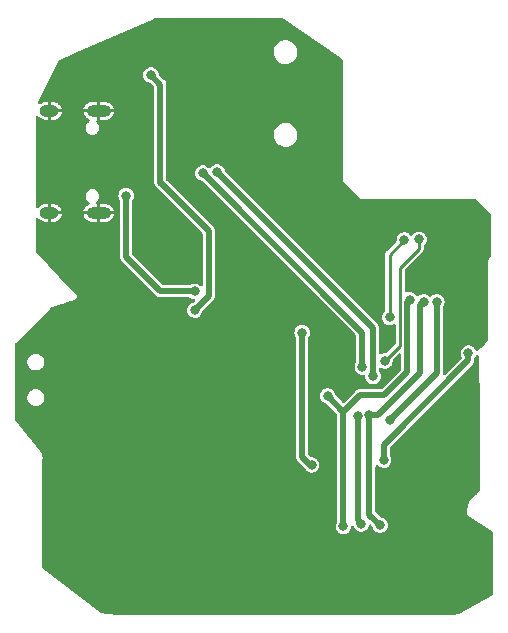
<source format=gbr>
%TF.GenerationSoftware,KiCad,Pcbnew,(6.0.0)*%
%TF.CreationDate,2023-02-19T23:28:08+01:00*%
%TF.ProjectId,DETECTIVE BOYS BADGE,44455445-4354-4495-9645-20424f595320,rev?*%
%TF.SameCoordinates,Original*%
%TF.FileFunction,Copper,L2,Bot*%
%TF.FilePolarity,Positive*%
%FSLAX46Y46*%
G04 Gerber Fmt 4.6, Leading zero omitted, Abs format (unit mm)*
G04 Created by KiCad (PCBNEW (6.0.0)) date 2023-02-19 23:28:08*
%MOMM*%
%LPD*%
G01*
G04 APERTURE LIST*
%TA.AperFunction,ComponentPad*%
%ADD10O,1.600000X1.000000*%
%TD*%
%TA.AperFunction,ComponentPad*%
%ADD11O,2.100000X1.000000*%
%TD*%
%TA.AperFunction,ViaPad*%
%ADD12C,0.800000*%
%TD*%
%TA.AperFunction,Conductor*%
%ADD13C,0.508000*%
%TD*%
%TA.AperFunction,Conductor*%
%ADD14C,0.254000*%
%TD*%
G04 APERTURE END LIST*
D10*
%TO.P,USB1,S1,SHIELD*%
%TO.N,GND*%
X134400000Y-111830000D03*
D11*
X138580000Y-111830000D03*
X138580000Y-120470000D03*
D10*
X134400000Y-120470000D03*
%TD*%
D12*
%TO.N,VBUS*%
X146700000Y-127100000D03*
X140900000Y-119000000D03*
%TO.N,GND*%
X164400000Y-141900000D03*
X143400000Y-125300000D03*
X160200000Y-126750000D03*
X166200000Y-147900000D03*
X158400000Y-120800000D03*
X146900000Y-133700000D03*
X169900000Y-128100000D03*
X157600000Y-144700000D03*
X158300000Y-133650000D03*
X150100000Y-133200000D03*
%TO.N,MOSI*%
X162400000Y-146900000D03*
X161500000Y-137600000D03*
X166100000Y-128000000D03*
%TO.N,MISO*%
X167200000Y-128000000D03*
X163200000Y-138000000D03*
X160800000Y-146800000D03*
X160500000Y-137700000D03*
%TO.N,SCK*%
X157950000Y-135950000D03*
X159300000Y-147000000D03*
X164900000Y-127800000D03*
%TO.N,CE*%
X163200011Y-129300000D03*
X164450000Y-122750000D03*
%TO.N,CSN*%
X165700000Y-122700000D03*
X162800000Y-133000000D03*
%TO.N,Net-(R4-Pad2)*%
X146700000Y-128700000D03*
X143000000Y-108800000D03*
%TO.N,AUDIO_R*%
X160900000Y-133500000D03*
X147400000Y-117100000D03*
%TO.N,A0*%
X155800000Y-130600000D03*
X156600000Y-141800000D03*
%TO.N,A1*%
X169880000Y-132320000D03*
X162700000Y-141400000D03*
%TO.N,AUDIO_L*%
X161800000Y-134300000D03*
X148600000Y-117000000D03*
%TD*%
D13*
%TO.N,VBUS*%
X146700000Y-127100000D02*
X143800000Y-127100000D01*
X143800000Y-127100000D02*
X140900000Y-124200000D01*
X140900000Y-124200000D02*
X140900000Y-119000000D01*
%TO.N,MOSI*%
X162400000Y-146900000D02*
X161500000Y-146000000D01*
X161500000Y-146000000D02*
X161500000Y-137600000D01*
D14*
X161500000Y-137600000D02*
X161820980Y-137600000D01*
D13*
X162200000Y-137600000D02*
X165800000Y-134000000D01*
X161820980Y-137600000D02*
X162200000Y-137600000D01*
X165800000Y-128300000D02*
X166100000Y-128000000D01*
X165800000Y-134000000D02*
X165800000Y-128300000D01*
%TO.N,MISO*%
X160500000Y-146500000D02*
X160500000Y-137700000D01*
X167200000Y-134000000D02*
X167200000Y-128000000D01*
X160800000Y-146800000D02*
X160500000Y-146500000D01*
X163200000Y-138000000D02*
X167200000Y-134000000D01*
%TO.N,SCK*%
X164700000Y-128000000D02*
X164900000Y-127800000D01*
X159300000Y-147000000D02*
X159300000Y-137300000D01*
X164700000Y-133900000D02*
X164700000Y-128000000D01*
X160700000Y-135900000D02*
X162700000Y-135900000D01*
X159300000Y-137300000D02*
X160700000Y-135900000D01*
X159300000Y-137300000D02*
X157950000Y-135950000D01*
X162700000Y-135900000D02*
X164700000Y-133900000D01*
D14*
%TO.N,CE*%
X163200011Y-123999989D02*
X164450000Y-122750000D01*
X163200011Y-129300000D02*
X163200011Y-123999989D01*
%TO.N,CSN*%
X164100000Y-131700000D02*
X162800000Y-133000000D01*
X165700000Y-123500000D02*
X164100000Y-125100000D01*
X164100000Y-125100000D02*
X164100000Y-131700000D01*
X165700000Y-122700000D02*
X165700000Y-123500000D01*
D13*
%TO.N,Net-(R4-Pad2)*%
X147900000Y-127500000D02*
X147900000Y-126800000D01*
X143800000Y-109700000D02*
X143800000Y-109600000D01*
X147900000Y-122000000D02*
X143900000Y-118000000D01*
X146700000Y-128700000D02*
X147900000Y-127500000D01*
X143800000Y-117900000D02*
X143800000Y-109700000D01*
X147900000Y-126800000D02*
X147900000Y-122000000D01*
X143800000Y-109600000D02*
X143000000Y-108800000D01*
X143900000Y-118000000D02*
X143800000Y-117900000D01*
%TO.N,AUDIO_R*%
X147400000Y-117100000D02*
X160900000Y-130600000D01*
X160900000Y-130600000D02*
X160900000Y-133500000D01*
%TO.N,A0*%
X155800000Y-141100000D02*
X155800000Y-130600000D01*
X156600000Y-141800000D02*
X156500000Y-141800000D01*
X156500000Y-141800000D02*
X155800000Y-141100000D01*
%TO.N,A1*%
X169880000Y-132920000D02*
X162700000Y-140100000D01*
X162700000Y-140100000D02*
X162700000Y-141400000D01*
X169880000Y-132320000D02*
X169880000Y-132920000D01*
%TO.N,AUDIO_L*%
X161800000Y-134300000D02*
X161800000Y-134400000D01*
X148607048Y-117000000D02*
X161800000Y-130192952D01*
X148600000Y-117000000D02*
X148607048Y-117000000D01*
X161800000Y-130192952D02*
X161800000Y-134300000D01*
%TD*%
%TA.AperFunction,Conductor*%
%TO.N,GND*%
G36*
X153335659Y-103992812D02*
G01*
X154210828Y-103999692D01*
X154282093Y-104022465D01*
X159084755Y-107384328D01*
X159196256Y-107462379D01*
X159240593Y-107517830D01*
X159250000Y-107565602D01*
X159250000Y-117750000D01*
X160750000Y-119250000D01*
X170447810Y-119250000D01*
X170515931Y-119270002D01*
X170536905Y-119286905D01*
X171713095Y-120463095D01*
X171747121Y-120525407D01*
X171750000Y-120552190D01*
X171750000Y-124105261D01*
X171729998Y-124173382D01*
X171718987Y-124188046D01*
X171673707Y-124239992D01*
X171667821Y-124246294D01*
X171659343Y-124254769D01*
X171649023Y-124261663D01*
X171642127Y-124271980D01*
X171642125Y-124271982D01*
X171634444Y-124283473D01*
X171631756Y-124286989D01*
X171631867Y-124287068D01*
X171628279Y-124292106D01*
X171624214Y-124296771D01*
X171621138Y-124302136D01*
X171618255Y-124307164D01*
X171613704Y-124314506D01*
X171592873Y-124345673D01*
X171591117Y-124354496D01*
X171586640Y-124362304D01*
X171585057Y-124374612D01*
X171585057Y-124374613D01*
X171581857Y-124399496D01*
X171580462Y-124408019D01*
X171578125Y-124419760D01*
X171578124Y-124425946D01*
X171577516Y-124432114D01*
X171577379Y-124432101D01*
X171577096Y-124436523D01*
X171573752Y-124462526D01*
X171577001Y-124474506D01*
X171577820Y-124486455D01*
X171578115Y-124495085D01*
X171577733Y-127280675D01*
X171577200Y-131171818D01*
X171557189Y-131239936D01*
X171549594Y-131250508D01*
X171124002Y-131782498D01*
X171089643Y-131812302D01*
X170957530Y-131890251D01*
X170872293Y-131940542D01*
X170863518Y-131944340D01*
X170863650Y-131944594D01*
X170852644Y-131950328D01*
X170840732Y-131953804D01*
X170831057Y-131961574D01*
X170831053Y-131961576D01*
X170818752Y-131971455D01*
X170814917Y-131974395D01*
X170809766Y-131977434D01*
X170805150Y-131981560D01*
X170798594Y-131987419D01*
X170793529Y-131991711D01*
X170772694Y-132008444D01*
X170761946Y-132017076D01*
X170758614Y-132023154D01*
X170753444Y-132027775D01*
X170748062Y-132038954D01*
X170735878Y-132064260D01*
X170732836Y-132070174D01*
X170717892Y-132097432D01*
X170667605Y-132147549D01*
X170598205Y-132162523D01*
X170531727Y-132137599D01*
X170489541Y-132081397D01*
X170483066Y-132064260D01*
X170464280Y-132014546D01*
X170436417Y-131974005D01*
X170378855Y-131890251D01*
X170378854Y-131890249D01*
X170374553Y-131883992D01*
X170365332Y-131875776D01*
X170322533Y-131837644D01*
X170256275Y-131778611D01*
X170248889Y-131774700D01*
X170122988Y-131708039D01*
X170122989Y-131708039D01*
X170116274Y-131704484D01*
X169962633Y-131665892D01*
X169955034Y-131665852D01*
X169955033Y-131665852D01*
X169889181Y-131665507D01*
X169804221Y-131665062D01*
X169796841Y-131666834D01*
X169796839Y-131666834D01*
X169657563Y-131700271D01*
X169657560Y-131700272D01*
X169650184Y-131702043D01*
X169509414Y-131774700D01*
X169390039Y-131878838D01*
X169298950Y-132008444D01*
X169295585Y-132017076D01*
X169248595Y-132137599D01*
X169241406Y-132156037D01*
X169240414Y-132163570D01*
X169240414Y-132163571D01*
X169233024Y-132219709D01*
X169220729Y-132313096D01*
X169228341Y-132382043D01*
X169236363Y-132454700D01*
X169238113Y-132470553D01*
X169292553Y-132619319D01*
X169302648Y-132634342D01*
X169324040Y-132702035D01*
X169305437Y-132770552D01*
X169287161Y-132793711D01*
X167920125Y-134160747D01*
X167857813Y-134194773D01*
X167786998Y-134189708D01*
X167730162Y-134147161D01*
X167705351Y-134080641D01*
X167706530Y-134052265D01*
X167707751Y-134044427D01*
X167707751Y-134044421D01*
X167708500Y-134039614D01*
X167708500Y-134024077D01*
X167708847Y-134014739D01*
X167711874Y-133974010D01*
X167711874Y-133974009D01*
X167712539Y-133965059D01*
X167710666Y-133956284D01*
X167710103Y-133948027D01*
X167708500Y-133932838D01*
X167708500Y-128454577D01*
X167732178Y-128381051D01*
X167765311Y-128334941D01*
X167777755Y-128317624D01*
X167836842Y-128170641D01*
X167849703Y-128080271D01*
X167858581Y-128017891D01*
X167858581Y-128017888D01*
X167859162Y-128013807D01*
X167859307Y-128000000D01*
X167840276Y-127842733D01*
X167784280Y-127694546D01*
X167764524Y-127665801D01*
X167698855Y-127570251D01*
X167698854Y-127570249D01*
X167694553Y-127563992D01*
X167683076Y-127553766D01*
X167622729Y-127500000D01*
X167576275Y-127458611D01*
X167568889Y-127454700D01*
X167483151Y-127409304D01*
X167436274Y-127384484D01*
X167282633Y-127345892D01*
X167275034Y-127345852D01*
X167275033Y-127345852D01*
X167209181Y-127345507D01*
X167124221Y-127345062D01*
X167116841Y-127346834D01*
X167116839Y-127346834D01*
X166977563Y-127380271D01*
X166977560Y-127380272D01*
X166970184Y-127382043D01*
X166829414Y-127454700D01*
X166732472Y-127539269D01*
X166667991Y-127568976D01*
X166597684Y-127559107D01*
X166565824Y-127538396D01*
X166565587Y-127538184D01*
X166476275Y-127458611D01*
X166468889Y-127454700D01*
X166383151Y-127409304D01*
X166336274Y-127384484D01*
X166182633Y-127345892D01*
X166175034Y-127345852D01*
X166175033Y-127345852D01*
X166109181Y-127345507D01*
X166024221Y-127345062D01*
X166016841Y-127346834D01*
X166016839Y-127346834D01*
X165877563Y-127380271D01*
X165877560Y-127380272D01*
X165870184Y-127382043D01*
X165729414Y-127454700D01*
X165723697Y-127459687D01*
X165723690Y-127459692D01*
X165665610Y-127510359D01*
X165601128Y-127540067D01*
X165530821Y-127530197D01*
X165478941Y-127486777D01*
X165398855Y-127370251D01*
X165398854Y-127370249D01*
X165394553Y-127363992D01*
X165276275Y-127258611D01*
X165268889Y-127254700D01*
X165202634Y-127219620D01*
X165136274Y-127184484D01*
X164982633Y-127145892D01*
X164975034Y-127145852D01*
X164975033Y-127145852D01*
X164909181Y-127145507D01*
X164824221Y-127145062D01*
X164816841Y-127146834D01*
X164816839Y-127146834D01*
X164677563Y-127180271D01*
X164677560Y-127180272D01*
X164670184Y-127182043D01*
X164663441Y-127185523D01*
X164656314Y-127188174D01*
X164655665Y-127186429D01*
X164595583Y-127198038D01*
X164529659Y-127171683D01*
X164488450Y-127113871D01*
X164481500Y-127072603D01*
X164481500Y-125310212D01*
X164501502Y-125242091D01*
X164518405Y-125221117D01*
X165931476Y-123808046D01*
X165950499Y-123792682D01*
X165951558Y-123791718D01*
X165960304Y-123786071D01*
X165966752Y-123777892D01*
X165966754Y-123777890D01*
X165981234Y-123759523D01*
X165985209Y-123755050D01*
X165985137Y-123754989D01*
X165988490Y-123751032D01*
X165992171Y-123747351D01*
X166003455Y-123731560D01*
X166007019Y-123726814D01*
X166032487Y-123694508D01*
X166038934Y-123686330D01*
X166041984Y-123677645D01*
X166047335Y-123670157D01*
X166062110Y-123620750D01*
X166063926Y-123615163D01*
X166081016Y-123566498D01*
X166081500Y-123560909D01*
X166081500Y-123558198D01*
X166081615Y-123555529D01*
X166081634Y-123555468D01*
X166081808Y-123555475D01*
X166081855Y-123554728D01*
X166083725Y-123548475D01*
X166081597Y-123494311D01*
X166081500Y-123489365D01*
X166081500Y-123293022D01*
X166101502Y-123224901D01*
X166125669Y-123197211D01*
X166179536Y-123151204D01*
X166185314Y-123146269D01*
X166277755Y-123017624D01*
X166336842Y-122870641D01*
X166354994Y-122743096D01*
X166358581Y-122717891D01*
X166358581Y-122717888D01*
X166359162Y-122713807D01*
X166359307Y-122700000D01*
X166340276Y-122542733D01*
X166284280Y-122394546D01*
X166233217Y-122320248D01*
X166198855Y-122270251D01*
X166198854Y-122270249D01*
X166194553Y-122263992D01*
X166076275Y-122158611D01*
X166068889Y-122154700D01*
X165942988Y-122088039D01*
X165942989Y-122088039D01*
X165936274Y-122084484D01*
X165782633Y-122045892D01*
X165775034Y-122045852D01*
X165775033Y-122045852D01*
X165709181Y-122045507D01*
X165624221Y-122045062D01*
X165616841Y-122046834D01*
X165616839Y-122046834D01*
X165477563Y-122080271D01*
X165477560Y-122080272D01*
X165470184Y-122082043D01*
X165329414Y-122154700D01*
X165210039Y-122258838D01*
X165205672Y-122265052D01*
X165205669Y-122265055D01*
X165160891Y-122328768D01*
X165105357Y-122373000D01*
X165034725Y-122380186D01*
X164971420Y-122348045D01*
X164953967Y-122327690D01*
X164944553Y-122313992D01*
X164826275Y-122208611D01*
X164818889Y-122204700D01*
X164780565Y-122184409D01*
X164686274Y-122134484D01*
X164532633Y-122095892D01*
X164525034Y-122095852D01*
X164525033Y-122095852D01*
X164459181Y-122095507D01*
X164374221Y-122095062D01*
X164366841Y-122096834D01*
X164366839Y-122096834D01*
X164227563Y-122130271D01*
X164227560Y-122130272D01*
X164220184Y-122132043D01*
X164079414Y-122204700D01*
X163960039Y-122308838D01*
X163868950Y-122438444D01*
X163811406Y-122586037D01*
X163810414Y-122593570D01*
X163810414Y-122593571D01*
X163796403Y-122700000D01*
X163790729Y-122743096D01*
X163791563Y-122750647D01*
X163796682Y-122797019D01*
X163784276Y-122866923D01*
X163760538Y-122899940D01*
X162968531Y-123691947D01*
X162949522Y-123707300D01*
X162948459Y-123708267D01*
X162939707Y-123713918D01*
X162919527Y-123739516D01*
X162918782Y-123740461D01*
X162914805Y-123744936D01*
X162914876Y-123744997D01*
X162911523Y-123748954D01*
X162907840Y-123752637D01*
X162904814Y-123756872D01*
X162904812Y-123756874D01*
X162896558Y-123768425D01*
X162892995Y-123773171D01*
X162861077Y-123813659D01*
X162858026Y-123822346D01*
X162852677Y-123829832D01*
X162849694Y-123839808D01*
X162849693Y-123839809D01*
X162837913Y-123879200D01*
X162836083Y-123884832D01*
X162818995Y-123933491D01*
X162818511Y-123939080D01*
X162818511Y-123941791D01*
X162818396Y-123944458D01*
X162818377Y-123944521D01*
X162818203Y-123944514D01*
X162818156Y-123945260D01*
X162816286Y-123951513D01*
X162817774Y-123989373D01*
X162818414Y-124005667D01*
X162818511Y-124010614D01*
X162818511Y-128706933D01*
X162798509Y-128775054D01*
X162775341Y-128801881D01*
X162710050Y-128858838D01*
X162618961Y-128988444D01*
X162561417Y-129136037D01*
X162560425Y-129143570D01*
X162560425Y-129143571D01*
X162547175Y-129244220D01*
X162540740Y-129293096D01*
X162543151Y-129314934D01*
X162552711Y-129401521D01*
X162558124Y-129450553D01*
X162560734Y-129457684D01*
X162560734Y-129457686D01*
X162561506Y-129459794D01*
X162612564Y-129599319D01*
X162700919Y-129730805D01*
X162706538Y-129735918D01*
X162706539Y-129735919D01*
X162772012Y-129795494D01*
X162818087Y-129837419D01*
X162957304Y-129913008D01*
X163110533Y-129953207D01*
X163194488Y-129954526D01*
X163261330Y-129955576D01*
X163261333Y-129955576D01*
X163268927Y-129955695D01*
X163423343Y-129920329D01*
X163535887Y-129863726D01*
X163605730Y-129850988D01*
X163671374Y-129878032D01*
X163711976Y-129936273D01*
X163718500Y-129976291D01*
X163718500Y-131489787D01*
X163698498Y-131557908D01*
X163681595Y-131578882D01*
X162951597Y-132308880D01*
X162889285Y-132342906D01*
X162861842Y-132345783D01*
X162831060Y-132345622D01*
X162724221Y-132345062D01*
X162716841Y-132346834D01*
X162716839Y-132346834D01*
X162577563Y-132380271D01*
X162577560Y-132380272D01*
X162570184Y-132382043D01*
X162563439Y-132385524D01*
X162563440Y-132385524D01*
X162492290Y-132422247D01*
X162422583Y-132435716D01*
X162356659Y-132409361D01*
X162315449Y-132351548D01*
X162308500Y-132310281D01*
X162308500Y-130264025D01*
X162309855Y-130251895D01*
X162309373Y-130251856D01*
X162310093Y-130242909D01*
X162312074Y-130234153D01*
X162308742Y-130180444D01*
X162308500Y-130172642D01*
X162308500Y-130156439D01*
X162307016Y-130146074D01*
X162305987Y-130136024D01*
X162303611Y-130097734D01*
X162303611Y-130097733D01*
X162303055Y-130088775D01*
X162300007Y-130080334D01*
X162299404Y-130077420D01*
X162295182Y-130060486D01*
X162294352Y-130057647D01*
X162293080Y-130048765D01*
X162273477Y-130005652D01*
X162269671Y-129996301D01*
X162256644Y-129960214D01*
X162256643Y-129960212D01*
X162253596Y-129951772D01*
X162248304Y-129944528D01*
X162246925Y-129941934D01*
X162238078Y-129926795D01*
X162236505Y-129924335D01*
X162232792Y-129916170D01*
X162226938Y-129909376D01*
X162226936Y-129909373D01*
X162213939Y-129894290D01*
X162201881Y-129880295D01*
X162195597Y-129872380D01*
X162190450Y-129865334D01*
X162190444Y-129865327D01*
X162187575Y-129861400D01*
X162176600Y-129850425D01*
X162170242Y-129843577D01*
X162143576Y-129812629D01*
X162143575Y-129812628D01*
X162137713Y-129805825D01*
X162130178Y-129800941D01*
X162123934Y-129795494D01*
X162112069Y-129785894D01*
X149280867Y-116954692D01*
X149246841Y-116892380D01*
X149244874Y-116880732D01*
X149241189Y-116850276D01*
X149241189Y-116850274D01*
X149240276Y-116842733D01*
X149184280Y-116694546D01*
X149094553Y-116563992D01*
X149088514Y-116558611D01*
X149058260Y-116531656D01*
X148976275Y-116458611D01*
X148968889Y-116454700D01*
X148842988Y-116388039D01*
X148842989Y-116388039D01*
X148836274Y-116384484D01*
X148682633Y-116345892D01*
X148675034Y-116345852D01*
X148675033Y-116345852D01*
X148609181Y-116345507D01*
X148524221Y-116345062D01*
X148516841Y-116346834D01*
X148516839Y-116346834D01*
X148377563Y-116380271D01*
X148377560Y-116380272D01*
X148370184Y-116382043D01*
X148229414Y-116454700D01*
X148110039Y-116558838D01*
X148105672Y-116565052D01*
X148062934Y-116625861D01*
X148007399Y-116670093D01*
X147936767Y-116677278D01*
X147876028Y-116647487D01*
X147851755Y-116625861D01*
X147776275Y-116558611D01*
X147768889Y-116554700D01*
X147642988Y-116488039D01*
X147642989Y-116488039D01*
X147636274Y-116484484D01*
X147482633Y-116445892D01*
X147475034Y-116445852D01*
X147475033Y-116445852D01*
X147409181Y-116445507D01*
X147324221Y-116445062D01*
X147316841Y-116446834D01*
X147316839Y-116446834D01*
X147177563Y-116480271D01*
X147177560Y-116480272D01*
X147170184Y-116482043D01*
X147029414Y-116554700D01*
X146910039Y-116658838D01*
X146818950Y-116788444D01*
X146816190Y-116795524D01*
X146766947Y-116921826D01*
X146761406Y-116936037D01*
X146740729Y-117093096D01*
X146741563Y-117100646D01*
X146754309Y-117216095D01*
X146758113Y-117250553D01*
X146812553Y-117399319D01*
X146900908Y-117530805D01*
X147018076Y-117637419D01*
X147157293Y-117713008D01*
X147283985Y-117746245D01*
X147309462Y-117752929D01*
X147366583Y-117785710D01*
X160354595Y-130773722D01*
X160388621Y-130836034D01*
X160391500Y-130862817D01*
X160391500Y-133045367D01*
X160368587Y-133117818D01*
X160318950Y-133188444D01*
X160293490Y-133253745D01*
X160266178Y-133323798D01*
X160261406Y-133336037D01*
X160260414Y-133343570D01*
X160260414Y-133343571D01*
X160246894Y-133446269D01*
X160240729Y-133493096D01*
X160248667Y-133564993D01*
X160256637Y-133637182D01*
X160258113Y-133650553D01*
X160260723Y-133657684D01*
X160260723Y-133657686D01*
X160309180Y-133790101D01*
X160312553Y-133799319D01*
X160316789Y-133805622D01*
X160316789Y-133805623D01*
X160343358Y-133845161D01*
X160400908Y-133930805D01*
X160406527Y-133935918D01*
X160406528Y-133935919D01*
X160512460Y-134032309D01*
X160518076Y-134037419D01*
X160657293Y-134113008D01*
X160810522Y-134153207D01*
X160894477Y-134154526D01*
X160961319Y-134155576D01*
X160961322Y-134155576D01*
X160968916Y-134155695D01*
X160988010Y-134151322D01*
X161058877Y-134155613D01*
X161116174Y-134197536D01*
X161141710Y-134263782D01*
X161141366Y-134277964D01*
X161141800Y-134277969D01*
X161141721Y-134285564D01*
X161140729Y-134293096D01*
X161158113Y-134450553D01*
X161212553Y-134599319D01*
X161300908Y-134730805D01*
X161306527Y-134735918D01*
X161306528Y-134735919D01*
X161412460Y-134832309D01*
X161418076Y-134837419D01*
X161557293Y-134913008D01*
X161710522Y-134953207D01*
X161794477Y-134954526D01*
X161861319Y-134955576D01*
X161861322Y-134955576D01*
X161868916Y-134955695D01*
X162023332Y-134920329D01*
X162123423Y-134869989D01*
X162158072Y-134852563D01*
X162158075Y-134852561D01*
X162164855Y-134849151D01*
X162170626Y-134844222D01*
X162170629Y-134844220D01*
X162279536Y-134751204D01*
X162279536Y-134751203D01*
X162285314Y-134746269D01*
X162377755Y-134617624D01*
X162436842Y-134470641D01*
X162459162Y-134313807D01*
X162459307Y-134300000D01*
X162440276Y-134142733D01*
X162384280Y-133994546D01*
X162358665Y-133957276D01*
X162330660Y-133916528D01*
X162308500Y-133845161D01*
X162308500Y-133689711D01*
X162328502Y-133621590D01*
X162382158Y-133575097D01*
X162452432Y-133564993D01*
X162494619Y-133578979D01*
X162557293Y-133613008D01*
X162710522Y-133653207D01*
X162794477Y-133654526D01*
X162861319Y-133655576D01*
X162861322Y-133655576D01*
X162868916Y-133655695D01*
X163023332Y-133620329D01*
X163113267Y-133575097D01*
X163158072Y-133552563D01*
X163158075Y-133552561D01*
X163164855Y-133549151D01*
X163170626Y-133544222D01*
X163170629Y-133544220D01*
X163279536Y-133451204D01*
X163279536Y-133451203D01*
X163285314Y-133446269D01*
X163377755Y-133317624D01*
X163436842Y-133170641D01*
X163459162Y-133013807D01*
X163459307Y-133000000D01*
X163457263Y-132983111D01*
X163453743Y-132954019D01*
X163465416Y-132883988D01*
X163489735Y-132849787D01*
X163976405Y-132363117D01*
X164038717Y-132329091D01*
X164109532Y-132334156D01*
X164166368Y-132376703D01*
X164191179Y-132443223D01*
X164191500Y-132452212D01*
X164191500Y-133637182D01*
X164171498Y-133705303D01*
X164154595Y-133726277D01*
X162526278Y-135354595D01*
X162463966Y-135388620D01*
X162437183Y-135391500D01*
X160771072Y-135391500D01*
X160758942Y-135390145D01*
X160758903Y-135390627D01*
X160749956Y-135389907D01*
X160741200Y-135387926D01*
X160697663Y-135390627D01*
X160687492Y-135391258D01*
X160679690Y-135391500D01*
X160663487Y-135391500D01*
X160654571Y-135392777D01*
X160653122Y-135392984D01*
X160643072Y-135394013D01*
X160605215Y-135396362D01*
X160595823Y-135396945D01*
X160587377Y-135399994D01*
X160584486Y-135400593D01*
X160567520Y-135404822D01*
X160564695Y-135405648D01*
X160555813Y-135406920D01*
X160512702Y-135426522D01*
X160503353Y-135430327D01*
X160458819Y-135446404D01*
X160451571Y-135451699D01*
X160448973Y-135453080D01*
X160433855Y-135461915D01*
X160431386Y-135463494D01*
X160423218Y-135467208D01*
X160416422Y-135473064D01*
X160387348Y-135498115D01*
X160379431Y-135504401D01*
X160372385Y-135509548D01*
X160372380Y-135509553D01*
X160368448Y-135512425D01*
X160357473Y-135523400D01*
X160350626Y-135529758D01*
X160312873Y-135562287D01*
X160307989Y-135569822D01*
X160302542Y-135576066D01*
X160292942Y-135587931D01*
X159389096Y-136491777D01*
X159326784Y-136525803D01*
X159255969Y-136520738D01*
X159210906Y-136491777D01*
X158631837Y-135912708D01*
X158597811Y-135850396D01*
X158595845Y-135838751D01*
X158591189Y-135800274D01*
X158591188Y-135800271D01*
X158590276Y-135792733D01*
X158585071Y-135778957D01*
X158536964Y-135651649D01*
X158534280Y-135644546D01*
X158491603Y-135582450D01*
X158448855Y-135520251D01*
X158448854Y-135520249D01*
X158444553Y-135513992D01*
X158326275Y-135408611D01*
X158318889Y-135404700D01*
X158192988Y-135338039D01*
X158192989Y-135338039D01*
X158186274Y-135334484D01*
X158032633Y-135295892D01*
X158025034Y-135295852D01*
X158025033Y-135295852D01*
X157959181Y-135295507D01*
X157874221Y-135295062D01*
X157866841Y-135296834D01*
X157866839Y-135296834D01*
X157727563Y-135330271D01*
X157727560Y-135330272D01*
X157720184Y-135332043D01*
X157579414Y-135404700D01*
X157460039Y-135508838D01*
X157368950Y-135638444D01*
X157311406Y-135786037D01*
X157310414Y-135793570D01*
X157310414Y-135793571D01*
X157294730Y-135912708D01*
X157290729Y-135943096D01*
X157308113Y-136100553D01*
X157362553Y-136249319D01*
X157366789Y-136255622D01*
X157366789Y-136255623D01*
X157428443Y-136347373D01*
X157450908Y-136380805D01*
X157456527Y-136385918D01*
X157456528Y-136385919D01*
X157528034Y-136450984D01*
X157568076Y-136487419D01*
X157707293Y-136563008D01*
X157833985Y-136596245D01*
X157859462Y-136602929D01*
X157916583Y-136635710D01*
X158754595Y-137473722D01*
X158788621Y-137536034D01*
X158791500Y-137562817D01*
X158791500Y-146545367D01*
X158768587Y-146617818D01*
X158718950Y-146688444D01*
X158716190Y-146695524D01*
X158684509Y-146776782D01*
X158661406Y-146836037D01*
X158660414Y-146843570D01*
X158660414Y-146843571D01*
X158642757Y-146977695D01*
X158640729Y-146993096D01*
X158643016Y-147013807D01*
X158656983Y-147140317D01*
X158658113Y-147150553D01*
X158660723Y-147157684D01*
X158660723Y-147157686D01*
X158694946Y-147251204D01*
X158712553Y-147299319D01*
X158716789Y-147305622D01*
X158716789Y-147305623D01*
X158748332Y-147352563D01*
X158800908Y-147430805D01*
X158806527Y-147435918D01*
X158806528Y-147435919D01*
X158825658Y-147453326D01*
X158918076Y-147537419D01*
X159057293Y-147613008D01*
X159210522Y-147653207D01*
X159294477Y-147654526D01*
X159361319Y-147655576D01*
X159361322Y-147655576D01*
X159368916Y-147655695D01*
X159523332Y-147620329D01*
X159593742Y-147584917D01*
X159658072Y-147552563D01*
X159658075Y-147552561D01*
X159664855Y-147549151D01*
X159670626Y-147544222D01*
X159670629Y-147544220D01*
X159779536Y-147451204D01*
X159779536Y-147451203D01*
X159785314Y-147446269D01*
X159877755Y-147317624D01*
X159936842Y-147170641D01*
X159950672Y-147073460D01*
X159980072Y-147008838D01*
X160039743Y-146970369D01*
X160110740Y-146970267D01*
X160170521Y-147008565D01*
X160193741Y-147047913D01*
X160209294Y-147090412D01*
X160212553Y-147099319D01*
X160216789Y-147105622D01*
X160216789Y-147105623D01*
X160265220Y-147177695D01*
X160300908Y-147230805D01*
X160306527Y-147235918D01*
X160306528Y-147235919D01*
X160403878Y-147324500D01*
X160418076Y-147337419D01*
X160557293Y-147413008D01*
X160710522Y-147453207D01*
X160794477Y-147454526D01*
X160861319Y-147455576D01*
X160861322Y-147455576D01*
X160868916Y-147455695D01*
X161023332Y-147420329D01*
X161093742Y-147384917D01*
X161158072Y-147352563D01*
X161158075Y-147352561D01*
X161164855Y-147349151D01*
X161170626Y-147344222D01*
X161170629Y-147344220D01*
X161279536Y-147251204D01*
X161279536Y-147251203D01*
X161285314Y-147246269D01*
X161377755Y-147117624D01*
X161436842Y-146970641D01*
X161440516Y-146944825D01*
X161469915Y-146880201D01*
X161529586Y-146841731D01*
X161600583Y-146841629D01*
X161654354Y-146873481D01*
X161717726Y-146936853D01*
X161751752Y-146999165D01*
X161753869Y-147012117D01*
X161758113Y-147050553D01*
X161760723Y-147057684D01*
X161760723Y-147057686D01*
X161804640Y-147177695D01*
X161812553Y-147199319D01*
X161900908Y-147330805D01*
X161906527Y-147335918D01*
X161906528Y-147335919D01*
X161912158Y-147341042D01*
X162018076Y-147437419D01*
X162157293Y-147513008D01*
X162310522Y-147553207D01*
X162394477Y-147554526D01*
X162461319Y-147555576D01*
X162461322Y-147555576D01*
X162468916Y-147555695D01*
X162623332Y-147520329D01*
X162693742Y-147484917D01*
X162758072Y-147452563D01*
X162758075Y-147452561D01*
X162764855Y-147449151D01*
X162770626Y-147444222D01*
X162770629Y-147444220D01*
X162879536Y-147351204D01*
X162879536Y-147351203D01*
X162885314Y-147346269D01*
X162977755Y-147217624D01*
X163036842Y-147070641D01*
X163051127Y-146970267D01*
X163058581Y-146917891D01*
X163058581Y-146917888D01*
X163059162Y-146913807D01*
X163059307Y-146900000D01*
X163040276Y-146742733D01*
X162984280Y-146594546D01*
X162894553Y-146463992D01*
X162872217Y-146444091D01*
X162781946Y-146363664D01*
X162776275Y-146358611D01*
X162636274Y-146284484D01*
X162579860Y-146270314D01*
X162492886Y-146248467D01*
X162434487Y-146215359D01*
X162045405Y-145826278D01*
X162011380Y-145763965D01*
X162008500Y-145737182D01*
X162008500Y-141940733D01*
X162028502Y-141872612D01*
X162082158Y-141826119D01*
X162152432Y-141816015D01*
X162219298Y-141847539D01*
X162318076Y-141937419D01*
X162457293Y-142013008D01*
X162610522Y-142053207D01*
X162694477Y-142054526D01*
X162761319Y-142055576D01*
X162761322Y-142055576D01*
X162768916Y-142055695D01*
X162923332Y-142020329D01*
X163017488Y-141972974D01*
X163058072Y-141952563D01*
X163058075Y-141952561D01*
X163064855Y-141949151D01*
X163070626Y-141944222D01*
X163070629Y-141944220D01*
X163179536Y-141851204D01*
X163179536Y-141851203D01*
X163185314Y-141846269D01*
X163277755Y-141717624D01*
X163336842Y-141570641D01*
X163355075Y-141442527D01*
X163358581Y-141417891D01*
X163358581Y-141417888D01*
X163359162Y-141413807D01*
X163359307Y-141400000D01*
X163340276Y-141242733D01*
X163284280Y-141094546D01*
X163230660Y-141016528D01*
X163208500Y-140945161D01*
X163208500Y-140362817D01*
X163228502Y-140294696D01*
X163245405Y-140273722D01*
X170189304Y-133329823D01*
X170198844Y-133322200D01*
X170198530Y-133321832D01*
X170205366Y-133316014D01*
X170212958Y-133311224D01*
X170248593Y-133270875D01*
X170253939Y-133265188D01*
X170265382Y-133253745D01*
X170271659Y-133245370D01*
X170278033Y-133237541D01*
X170309378Y-133202049D01*
X170313192Y-133193926D01*
X170314826Y-133191438D01*
X170323814Y-133176477D01*
X170325230Y-133173891D01*
X170330616Y-133166705D01*
X170347244Y-133122350D01*
X170351164Y-133113048D01*
X170364231Y-133085216D01*
X170371281Y-133070200D01*
X170372662Y-133061334D01*
X170373518Y-133058533D01*
X170377962Y-133041596D01*
X170378595Y-133038716D01*
X170381744Y-133030316D01*
X170382668Y-133017891D01*
X170385252Y-132983111D01*
X170386406Y-132973063D01*
X170387750Y-132964429D01*
X170388500Y-132959614D01*
X170388500Y-132944077D01*
X170388847Y-132934739D01*
X170391874Y-132894010D01*
X170391874Y-132894009D01*
X170392539Y-132885059D01*
X170390666Y-132876284D01*
X170390103Y-132868027D01*
X170388500Y-132852838D01*
X170388500Y-132774577D01*
X170412178Y-132701051D01*
X170422701Y-132686406D01*
X170457755Y-132637624D01*
X170485878Y-132567666D01*
X170497363Y-132539097D01*
X170541330Y-132483353D01*
X170608455Y-132460228D01*
X170677426Y-132477065D01*
X170726346Y-132528518D01*
X170739786Y-132575071D01*
X170752905Y-132724491D01*
X170762391Y-132832540D01*
X170762844Y-132840822D01*
X170849511Y-136827536D01*
X170849541Y-136830504D01*
X170849124Y-137058611D01*
X170848846Y-137210604D01*
X170848798Y-137210846D01*
X170848800Y-137235989D01*
X170848755Y-137260398D01*
X170848801Y-137260633D01*
X170848871Y-138299785D01*
X170848832Y-138299981D01*
X170848872Y-138324982D01*
X170848874Y-138349622D01*
X170848912Y-138349815D01*
X170850693Y-139452623D01*
X170850656Y-139452810D01*
X170850658Y-139453375D01*
X170850730Y-139476444D01*
X170850733Y-139477503D01*
X170850773Y-139502465D01*
X170850810Y-139502650D01*
X170850811Y-139502665D01*
X170851393Y-139690177D01*
X170854140Y-140574443D01*
X170854095Y-140574677D01*
X170854218Y-140599393D01*
X170854295Y-140624237D01*
X170854342Y-140624472D01*
X170859043Y-141570416D01*
X170859013Y-141570573D01*
X170859149Y-141592376D01*
X170859165Y-141594926D01*
X170859131Y-141594926D01*
X170859166Y-141595086D01*
X170859291Y-141620283D01*
X170859324Y-141620446D01*
X170873463Y-143885984D01*
X170849995Y-143960006D01*
X170633729Y-144262778D01*
X170601318Y-144294229D01*
X170598274Y-144296268D01*
X170488551Y-144369759D01*
X170485861Y-144371460D01*
X170481075Y-144373710D01*
X170476089Y-144377390D01*
X170476088Y-144377391D01*
X170467941Y-144383404D01*
X170463231Y-144386717D01*
X170454799Y-144392365D01*
X170449657Y-144395809D01*
X170445923Y-144399551D01*
X170443361Y-144401548D01*
X170245573Y-144547543D01*
X170245256Y-144547737D01*
X170242709Y-144548425D01*
X170237300Y-144552594D01*
X170237299Y-144552594D01*
X170205791Y-144576875D01*
X170203707Y-144578447D01*
X170186760Y-144590956D01*
X170184977Y-144592915D01*
X170182874Y-144594535D01*
X170179036Y-144598930D01*
X170168982Y-144610442D01*
X170167294Y-144612335D01*
X170135903Y-144646812D01*
X170135008Y-144649296D01*
X170134793Y-144649590D01*
X169967474Y-144841180D01*
X169953550Y-144854830D01*
X169937434Y-144868349D01*
X169931701Y-144879358D01*
X169917728Y-144906191D01*
X169915237Y-144910742D01*
X169893978Y-144947742D01*
X169892384Y-144960049D01*
X169892383Y-144960051D01*
X169891276Y-144968598D01*
X169887281Y-144987685D01*
X169825890Y-145198193D01*
X169824456Y-145202187D01*
X169819390Y-145209561D01*
X169816812Y-145221701D01*
X169811836Y-145245135D01*
X169809548Y-145254230D01*
X169806509Y-145264649D01*
X169805968Y-145270820D01*
X169805355Y-145274089D01*
X169804986Y-145277394D01*
X169803699Y-145283454D01*
X169803558Y-145294330D01*
X169803089Y-145303664D01*
X169799914Y-145339901D01*
X169802602Y-145348430D01*
X169802806Y-145352666D01*
X169802350Y-145387944D01*
X169778892Y-145459551D01*
X169750000Y-145500000D01*
X169750000Y-146000000D01*
X169760827Y-146007218D01*
X169760828Y-146007219D01*
X171943892Y-147462595D01*
X171989477Y-147517024D01*
X172000000Y-147567433D01*
X172000000Y-152677629D01*
X171979998Y-152745750D01*
X171937488Y-152786465D01*
X169102654Y-154440118D01*
X169045046Y-154457145D01*
X168574446Y-154479129D01*
X168254311Y-154494083D01*
X168252858Y-154494143D01*
X168089648Y-154499794D01*
X168085863Y-154499925D01*
X168081503Y-154500000D01*
X140985702Y-154500000D01*
X140979796Y-154499862D01*
X140379919Y-154471712D01*
X140377891Y-154471600D01*
X139212641Y-154397838D01*
X139209643Y-154397612D01*
X138857108Y-154366645D01*
X138791774Y-154341352D01*
X133799639Y-150537820D01*
X133757575Y-150480626D01*
X133750000Y-150437596D01*
X133750000Y-141442044D01*
X133770002Y-141373923D01*
X133780148Y-141361139D01*
X133779940Y-141360973D01*
X133783797Y-141356129D01*
X133788109Y-141351687D01*
X133791473Y-141346487D01*
X133791584Y-141346348D01*
X133798731Y-141336427D01*
X133810669Y-141321487D01*
X133810671Y-141321482D01*
X133818417Y-141311789D01*
X133821636Y-141300655D01*
X133822374Y-141299385D01*
X133822850Y-141297994D01*
X133829145Y-141288264D01*
X133834839Y-141257248D01*
X133837725Y-141245008D01*
X133843036Y-141226639D01*
X133843036Y-141226635D01*
X133846482Y-141214717D01*
X133845195Y-141203198D01*
X133845390Y-141201743D01*
X133845298Y-141200278D01*
X133847391Y-141188877D01*
X133840783Y-141158046D01*
X133838765Y-141145633D01*
X133836642Y-141126625D01*
X133836641Y-141126623D01*
X133835264Y-141114294D01*
X133829666Y-141104143D01*
X133829290Y-141102725D01*
X133828645Y-141101409D01*
X133826215Y-141090073D01*
X133808313Y-141064120D01*
X133801871Y-141053705D01*
X133801775Y-141053565D01*
X133798786Y-141048145D01*
X133794793Y-141043407D01*
X133794485Y-141043041D01*
X133787116Y-141033389D01*
X133772283Y-141011886D01*
X133750000Y-140940341D01*
X133750000Y-140750000D01*
X133626583Y-140599156D01*
X131528481Y-138034810D01*
X131500825Y-137969421D01*
X131500000Y-137955022D01*
X131500000Y-136181568D01*
X132540029Y-136181568D01*
X132541801Y-136188948D01*
X132541801Y-136188950D01*
X132576174Y-136332123D01*
X132579835Y-136347373D01*
X132658042Y-136498896D01*
X132663034Y-136504618D01*
X132663035Y-136504620D01*
X132749038Y-136603207D01*
X132770135Y-136627391D01*
X132909643Y-136725438D01*
X133005512Y-136762816D01*
X133061431Y-136784618D01*
X133061434Y-136784619D01*
X133068511Y-136787378D01*
X133076044Y-136788370D01*
X133076045Y-136788370D01*
X133194477Y-136803962D01*
X133194478Y-136803962D01*
X133198564Y-136804500D01*
X133287756Y-136804500D01*
X133414281Y-136789189D01*
X133573789Y-136728916D01*
X133714316Y-136632334D01*
X133719369Y-136626663D01*
X133822695Y-136510693D01*
X133822697Y-136510690D01*
X133827748Y-136505021D01*
X133837068Y-136487419D01*
X133903984Y-136361037D01*
X133903985Y-136361035D01*
X133907538Y-136354324D01*
X133910218Y-136343655D01*
X133947227Y-136196317D01*
X133947227Y-136196313D01*
X133949078Y-136188946D01*
X133949157Y-136173974D01*
X133949931Y-136026026D01*
X133949971Y-136018432D01*
X133924589Y-135912708D01*
X133911937Y-135860006D01*
X133911936Y-135860002D01*
X133910165Y-135852627D01*
X133831958Y-135701104D01*
X133782620Y-135644546D01*
X133724861Y-135578336D01*
X133719865Y-135572609D01*
X133580357Y-135474562D01*
X133462499Y-135428611D01*
X133428569Y-135415382D01*
X133428566Y-135415381D01*
X133421489Y-135412622D01*
X133413956Y-135411630D01*
X133413955Y-135411630D01*
X133295523Y-135396038D01*
X133295522Y-135396038D01*
X133291436Y-135395500D01*
X133202244Y-135395500D01*
X133075719Y-135410811D01*
X132916211Y-135471084D01*
X132909953Y-135475385D01*
X132851039Y-135515876D01*
X132775684Y-135567666D01*
X132770632Y-135573336D01*
X132770631Y-135573337D01*
X132667305Y-135689307D01*
X132667303Y-135689310D01*
X132662252Y-135694979D01*
X132658697Y-135701692D01*
X132658697Y-135701693D01*
X132586129Y-135838751D01*
X132582462Y-135845676D01*
X132580612Y-135853041D01*
X132578863Y-135860006D01*
X132540922Y-136011054D01*
X132540882Y-136018653D01*
X132540882Y-136018655D01*
X132540511Y-136089571D01*
X132540029Y-136181568D01*
X131500000Y-136181568D01*
X131500000Y-133181568D01*
X132540029Y-133181568D01*
X132541801Y-133188948D01*
X132541801Y-133188950D01*
X132575622Y-133329823D01*
X132579835Y-133347373D01*
X132658042Y-133498896D01*
X132663034Y-133504618D01*
X132663035Y-133504620D01*
X132754429Y-133609387D01*
X132770135Y-133627391D01*
X132909643Y-133725438D01*
X133005512Y-133762816D01*
X133061431Y-133784618D01*
X133061434Y-133784619D01*
X133068511Y-133787378D01*
X133076044Y-133788370D01*
X133076045Y-133788370D01*
X133194477Y-133803962D01*
X133194478Y-133803962D01*
X133198564Y-133804500D01*
X133287756Y-133804500D01*
X133414281Y-133789189D01*
X133573789Y-133728916D01*
X133608146Y-133705303D01*
X133708057Y-133636636D01*
X133708058Y-133636635D01*
X133714316Y-133632334D01*
X133761853Y-133578980D01*
X133822695Y-133510693D01*
X133822697Y-133510690D01*
X133827748Y-133505021D01*
X133834564Y-133492148D01*
X133903984Y-133361037D01*
X133903985Y-133361035D01*
X133907538Y-133354324D01*
X133910239Y-133343571D01*
X133947227Y-133196317D01*
X133947227Y-133196313D01*
X133949078Y-133188946D01*
X133949157Y-133173974D01*
X133949621Y-133085216D01*
X133949971Y-133018432D01*
X133948199Y-133011050D01*
X133911937Y-132860006D01*
X133911936Y-132860002D01*
X133910165Y-132852627D01*
X133831958Y-132701104D01*
X133820544Y-132688019D01*
X133724861Y-132578336D01*
X133719865Y-132572609D01*
X133580357Y-132474562D01*
X133480722Y-132435716D01*
X133428569Y-132415382D01*
X133428566Y-132415381D01*
X133421489Y-132412622D01*
X133413956Y-132411630D01*
X133413955Y-132411630D01*
X133295523Y-132396038D01*
X133295522Y-132396038D01*
X133291436Y-132395500D01*
X133202244Y-132395500D01*
X133075719Y-132410811D01*
X132916211Y-132471084D01*
X132909953Y-132475385D01*
X132788529Y-132558838D01*
X132775684Y-132567666D01*
X132770632Y-132573336D01*
X132770631Y-132573337D01*
X132667305Y-132689307D01*
X132667303Y-132689310D01*
X132662252Y-132694979D01*
X132582462Y-132845676D01*
X132580612Y-132853041D01*
X132543659Y-133000158D01*
X132540922Y-133011054D01*
X132540882Y-133018653D01*
X132540882Y-133018655D01*
X132540821Y-133030316D01*
X132540029Y-133181568D01*
X131500000Y-133181568D01*
X131500000Y-131552190D01*
X131520002Y-131484069D01*
X131536905Y-131463095D01*
X132406904Y-130593096D01*
X155140729Y-130593096D01*
X155158113Y-130750553D01*
X155160723Y-130757684D01*
X155160723Y-130757686D01*
X155168045Y-130777695D01*
X155212553Y-130899319D01*
X155216790Y-130905625D01*
X155216792Y-130905628D01*
X155270081Y-130984929D01*
X155291500Y-131055205D01*
X155291500Y-141028928D01*
X155290145Y-141041058D01*
X155290627Y-141041097D01*
X155289907Y-141050044D01*
X155287926Y-141058800D01*
X155288482Y-141067760D01*
X155291258Y-141112508D01*
X155291500Y-141120310D01*
X155291500Y-141136513D01*
X155292136Y-141140953D01*
X155292984Y-141146878D01*
X155294013Y-141156928D01*
X155296945Y-141204177D01*
X155299994Y-141212623D01*
X155300593Y-141215514D01*
X155304822Y-141232480D01*
X155305648Y-141235305D01*
X155306920Y-141244187D01*
X155326522Y-141287298D01*
X155330327Y-141296647D01*
X155346404Y-141341181D01*
X155351699Y-141348429D01*
X155353080Y-141351027D01*
X155361915Y-141366145D01*
X155363494Y-141368614D01*
X155367208Y-141376782D01*
X155390776Y-141404134D01*
X155398115Y-141412652D01*
X155404401Y-141420569D01*
X155409548Y-141427615D01*
X155409553Y-141427620D01*
X155412425Y-141431552D01*
X155423400Y-141442527D01*
X155429758Y-141449374D01*
X155462287Y-141487127D01*
X155469822Y-141492011D01*
X155476058Y-141497451D01*
X155487929Y-141507056D01*
X155953846Y-141972974D01*
X155983076Y-142018769D01*
X156009941Y-142092183D01*
X156009943Y-142092187D01*
X156012553Y-142099319D01*
X156100908Y-142230805D01*
X156106527Y-142235918D01*
X156106528Y-142235919D01*
X156117903Y-142246269D01*
X156218076Y-142337419D01*
X156357293Y-142413008D01*
X156510522Y-142453207D01*
X156594477Y-142454526D01*
X156661319Y-142455576D01*
X156661322Y-142455576D01*
X156668916Y-142455695D01*
X156823332Y-142420329D01*
X156893742Y-142384917D01*
X156958072Y-142352563D01*
X156958075Y-142352561D01*
X156964855Y-142349151D01*
X156970626Y-142344222D01*
X156970629Y-142344220D01*
X157079536Y-142251204D01*
X157079536Y-142251203D01*
X157085314Y-142246269D01*
X157177755Y-142117624D01*
X157236842Y-141970641D01*
X157253840Y-141851204D01*
X157258581Y-141817891D01*
X157258581Y-141817888D01*
X157259162Y-141813807D01*
X157259307Y-141800000D01*
X157240276Y-141642733D01*
X157184280Y-141494546D01*
X157150801Y-141445833D01*
X157098855Y-141370251D01*
X157098854Y-141370249D01*
X157094553Y-141363992D01*
X157063615Y-141336427D01*
X157018968Y-141296649D01*
X156976275Y-141258611D01*
X156836274Y-141184484D01*
X156682633Y-141145892D01*
X156675035Y-141145852D01*
X156675033Y-141145852D01*
X156616203Y-141145544D01*
X156548188Y-141125186D01*
X156527768Y-141108641D01*
X156345405Y-140926278D01*
X156311379Y-140863966D01*
X156308500Y-140837183D01*
X156308500Y-131054577D01*
X156332178Y-130981051D01*
X156342701Y-130966406D01*
X156377755Y-130917624D01*
X156436842Y-130770641D01*
X156459162Y-130613807D01*
X156459307Y-130600000D01*
X156440276Y-130442733D01*
X156384280Y-130294546D01*
X156294553Y-130163992D01*
X156176275Y-130058611D01*
X156168889Y-130054700D01*
X156042988Y-129988039D01*
X156042989Y-129988039D01*
X156036274Y-129984484D01*
X155882633Y-129945892D01*
X155875034Y-129945852D01*
X155875033Y-129945852D01*
X155809181Y-129945507D01*
X155724221Y-129945062D01*
X155716841Y-129946834D01*
X155716839Y-129946834D01*
X155577563Y-129980271D01*
X155577560Y-129980272D01*
X155570184Y-129982043D01*
X155429414Y-130054700D01*
X155310039Y-130158838D01*
X155218950Y-130288444D01*
X155161406Y-130436037D01*
X155160414Y-130443570D01*
X155160414Y-130443571D01*
X155152374Y-130504646D01*
X155140729Y-130593096D01*
X132406904Y-130593096D01*
X134442502Y-128557498D01*
X134485678Y-128529258D01*
X134486448Y-128528957D01*
X135372095Y-128182360D01*
X135378227Y-128180142D01*
X135449773Y-128156336D01*
X135451002Y-128155934D01*
X135686431Y-128080271D01*
X135898029Y-128012267D01*
X135900300Y-128011562D01*
X136263098Y-127902724D01*
X136268076Y-127901342D01*
X136443256Y-127856582D01*
X136455047Y-127854185D01*
X136467329Y-127854742D01*
X136478994Y-127850519D01*
X136478999Y-127850518D01*
X136494038Y-127845073D01*
X136498115Y-127843706D01*
X136503776Y-127842548D01*
X136517956Y-127836585D01*
X136523888Y-127834266D01*
X136550672Y-127824569D01*
X136562342Y-127820344D01*
X136567263Y-127815850D01*
X136573410Y-127813265D01*
X136582136Y-127804444D01*
X136582139Y-127804442D01*
X136602173Y-127784190D01*
X136606787Y-127779757D01*
X136613549Y-127773582D01*
X136613550Y-127773581D01*
X136618123Y-127769405D01*
X136621552Y-127764745D01*
X136624506Y-127761614D01*
X136629588Y-127756477D01*
X136644475Y-127741429D01*
X136649162Y-127729940D01*
X136656001Y-127719584D01*
X136656180Y-127719702D01*
X136660915Y-127711255D01*
X136668587Y-127700828D01*
X136675231Y-127692551D01*
X136689798Y-127675896D01*
X136689799Y-127675894D01*
X136697966Y-127666556D01*
X136707317Y-127638884D01*
X136712577Y-127625792D01*
X136724958Y-127599361D01*
X136725521Y-127586961D01*
X136726024Y-127584921D01*
X136726059Y-127584800D01*
X136726070Y-127584677D01*
X136726342Y-127582586D01*
X136730316Y-127570827D01*
X136729487Y-127558441D01*
X136730188Y-127553061D01*
X136738732Y-127533675D01*
X136734772Y-127532468D01*
X136743829Y-127502743D01*
X136750000Y-127500000D01*
X136742392Y-127491849D01*
X136742392Y-127491848D01*
X136737951Y-127487089D01*
X136717135Y-127457000D01*
X136710623Y-127443840D01*
X136705079Y-127430852D01*
X136699367Y-127415076D01*
X136699366Y-127415075D01*
X136695141Y-127403404D01*
X136686773Y-127394241D01*
X136686771Y-127394237D01*
X136671862Y-127377911D01*
X136665060Y-127369804D01*
X136596574Y-127280803D01*
X136596461Y-127280625D01*
X136595940Y-127278799D01*
X136583933Y-127263664D01*
X136566279Y-127241410D01*
X136565134Y-127239945D01*
X136563847Y-127238273D01*
X136551596Y-127222352D01*
X136550170Y-127221105D01*
X136548992Y-127219620D01*
X136540080Y-127212055D01*
X136532058Y-127205246D01*
X136530648Y-127204031D01*
X136498574Y-127175980D01*
X136498572Y-127175979D01*
X136494734Y-127172622D01*
X136492937Y-127172015D01*
X136492757Y-127171888D01*
X136270521Y-126983257D01*
X136267008Y-126980161D01*
X136264409Y-126977784D01*
X136260274Y-126973178D01*
X136255434Y-126969554D01*
X136248625Y-126962812D01*
X133283887Y-123786307D01*
X133252030Y-123722859D01*
X133250000Y-123700335D01*
X133250000Y-120970927D01*
X133270002Y-120902806D01*
X133323658Y-120856313D01*
X133393932Y-120846209D01*
X133458512Y-120875703D01*
X133477482Y-120896245D01*
X133540468Y-120981833D01*
X133550381Y-120992464D01*
X133673225Y-121096828D01*
X133685313Y-121104890D01*
X133828871Y-121178195D01*
X133842496Y-121183262D01*
X134000716Y-121221977D01*
X134011775Y-121223660D01*
X134015321Y-121223880D01*
X134019199Y-121224000D01*
X134254885Y-121224000D01*
X134270124Y-121219525D01*
X134271329Y-121218135D01*
X134273000Y-121210452D01*
X134273000Y-121205885D01*
X134527000Y-121205885D01*
X134531475Y-121221124D01*
X134532865Y-121222329D01*
X134540548Y-121224000D01*
X134740363Y-121224000D01*
X134747667Y-121223575D01*
X134867366Y-121209620D01*
X134881519Y-121206275D01*
X135033030Y-121151279D01*
X135046029Y-121144769D01*
X135180826Y-121056392D01*
X135191978Y-121047068D01*
X135302828Y-120930053D01*
X135311540Y-120918408D01*
X135392494Y-120779035D01*
X135398292Y-120765700D01*
X135443715Y-120615722D01*
X137289963Y-120615722D01*
X137300513Y-120677119D01*
X137304619Y-120691070D01*
X137367729Y-120839387D01*
X137374929Y-120852012D01*
X137470467Y-120981833D01*
X137480381Y-120992464D01*
X137603225Y-121096828D01*
X137615313Y-121104890D01*
X137758871Y-121178195D01*
X137772496Y-121183262D01*
X137930716Y-121221977D01*
X137941775Y-121223660D01*
X137945321Y-121223880D01*
X137949199Y-121224000D01*
X138434885Y-121224000D01*
X138450124Y-121219525D01*
X138451329Y-121218135D01*
X138453000Y-121210452D01*
X138453000Y-121205885D01*
X138707000Y-121205885D01*
X138711475Y-121221124D01*
X138712865Y-121222329D01*
X138720548Y-121224000D01*
X139170363Y-121224000D01*
X139177667Y-121223575D01*
X139297366Y-121209620D01*
X139311519Y-121206275D01*
X139463030Y-121151279D01*
X139476029Y-121144769D01*
X139610826Y-121056392D01*
X139621978Y-121047068D01*
X139732828Y-120930053D01*
X139741540Y-120918408D01*
X139822494Y-120779035D01*
X139828292Y-120765700D01*
X139875014Y-120611433D01*
X139875292Y-120609887D01*
X139872982Y-120599730D01*
X139862073Y-120597000D01*
X138725115Y-120597000D01*
X138709876Y-120601475D01*
X138708671Y-120602865D01*
X138707000Y-120610548D01*
X138707000Y-121205885D01*
X138453000Y-121205885D01*
X138453000Y-120615115D01*
X138448525Y-120599876D01*
X138447135Y-120598671D01*
X138439452Y-120597000D01*
X137304861Y-120597000D01*
X137291899Y-120600806D01*
X137289963Y-120615722D01*
X135443715Y-120615722D01*
X135445014Y-120611433D01*
X135445292Y-120609887D01*
X135442982Y-120599730D01*
X135432073Y-120597000D01*
X134545115Y-120597000D01*
X134529876Y-120601475D01*
X134528671Y-120602865D01*
X134527000Y-120610548D01*
X134527000Y-121205885D01*
X134273000Y-121205885D01*
X134273000Y-120324885D01*
X134527000Y-120324885D01*
X134531475Y-120340124D01*
X134532865Y-120341329D01*
X134540548Y-120343000D01*
X135425139Y-120343000D01*
X135438101Y-120339194D01*
X135439280Y-120330113D01*
X137284708Y-120330113D01*
X137287018Y-120340270D01*
X137297927Y-120343000D01*
X138434885Y-120343000D01*
X138450124Y-120338525D01*
X138451329Y-120337135D01*
X138453000Y-120329452D01*
X138453000Y-120324885D01*
X138707000Y-120324885D01*
X138711475Y-120340124D01*
X138712865Y-120341329D01*
X138720548Y-120343000D01*
X139855139Y-120343000D01*
X139868101Y-120339194D01*
X139870037Y-120324278D01*
X139859487Y-120262881D01*
X139855381Y-120248930D01*
X139792271Y-120100613D01*
X139785071Y-120087988D01*
X139689533Y-119958167D01*
X139679619Y-119947536D01*
X139556775Y-119843172D01*
X139544687Y-119835110D01*
X139401129Y-119761805D01*
X139387504Y-119756738D01*
X139229284Y-119718023D01*
X139218225Y-119716340D01*
X139214679Y-119716120D01*
X139210801Y-119716000D01*
X138725115Y-119716000D01*
X138709876Y-119720475D01*
X138708671Y-119721865D01*
X138707000Y-119729548D01*
X138707000Y-120324885D01*
X138453000Y-120324885D01*
X138453000Y-119734115D01*
X138448525Y-119718876D01*
X138437319Y-119709166D01*
X138394397Y-119685729D01*
X138360372Y-119623417D01*
X138365436Y-119552601D01*
X138406788Y-119496670D01*
X138456758Y-119458327D01*
X138463304Y-119453304D01*
X138556192Y-119332250D01*
X138614584Y-119191280D01*
X138616373Y-119177695D01*
X138633422Y-119048188D01*
X138634500Y-119040000D01*
X138628325Y-118993096D01*
X140240729Y-118993096D01*
X140258113Y-119150553D01*
X140312553Y-119299319D01*
X140316790Y-119305625D01*
X140316792Y-119305628D01*
X140370081Y-119384929D01*
X140391500Y-119455205D01*
X140391500Y-124128928D01*
X140390145Y-124141058D01*
X140390627Y-124141097D01*
X140389907Y-124150044D01*
X140387926Y-124158800D01*
X140388482Y-124167760D01*
X140391258Y-124212508D01*
X140391500Y-124220310D01*
X140391500Y-124236513D01*
X140392136Y-124240953D01*
X140392984Y-124246878D01*
X140394013Y-124256928D01*
X140395883Y-124287068D01*
X140396945Y-124304177D01*
X140399994Y-124312623D01*
X140400593Y-124315514D01*
X140404822Y-124332480D01*
X140405648Y-124335305D01*
X140406920Y-124344187D01*
X140426522Y-124387298D01*
X140430327Y-124396647D01*
X140446404Y-124441181D01*
X140451699Y-124448429D01*
X140453080Y-124451027D01*
X140461915Y-124466145D01*
X140463494Y-124468614D01*
X140467208Y-124476782D01*
X140473064Y-124483578D01*
X140498115Y-124512652D01*
X140504401Y-124520569D01*
X140509548Y-124527615D01*
X140509553Y-124527620D01*
X140512425Y-124531552D01*
X140523400Y-124542527D01*
X140529758Y-124549374D01*
X140562287Y-124587127D01*
X140569822Y-124592011D01*
X140576066Y-124597458D01*
X140587931Y-124607058D01*
X143390177Y-127409304D01*
X143397800Y-127418844D01*
X143398168Y-127418530D01*
X143403986Y-127425366D01*
X143408776Y-127432958D01*
X143415504Y-127438900D01*
X143449125Y-127468593D01*
X143454812Y-127473939D01*
X143466255Y-127485382D01*
X143473780Y-127491022D01*
X143474630Y-127491659D01*
X143482459Y-127498033D01*
X143517951Y-127529378D01*
X143526074Y-127533192D01*
X143528562Y-127534826D01*
X143543523Y-127543814D01*
X143546109Y-127545230D01*
X143553295Y-127550616D01*
X143597650Y-127567244D01*
X143606948Y-127571162D01*
X143649800Y-127591281D01*
X143658666Y-127592662D01*
X143661467Y-127593518D01*
X143678404Y-127597962D01*
X143681284Y-127598595D01*
X143689684Y-127601744D01*
X143698629Y-127602409D01*
X143698630Y-127602409D01*
X143736889Y-127605252D01*
X143746937Y-127606406D01*
X143751588Y-127607130D01*
X143760386Y-127608500D01*
X143775923Y-127608500D01*
X143785261Y-127608847D01*
X143825990Y-127611874D01*
X143825991Y-127611874D01*
X143834941Y-127612539D01*
X143843716Y-127610666D01*
X143851973Y-127610103D01*
X143867162Y-127608500D01*
X146238747Y-127608500D01*
X146311737Y-127631795D01*
X146312460Y-127632309D01*
X146318076Y-127637419D01*
X146324746Y-127641040D01*
X146324748Y-127641042D01*
X146356576Y-127658323D01*
X146457293Y-127713008D01*
X146610522Y-127753207D01*
X146625237Y-127753438D01*
X146693035Y-127774506D01*
X146738680Y-127828885D01*
X146747680Y-127899309D01*
X146712354Y-127968517D01*
X146664599Y-128016272D01*
X146604918Y-128049696D01*
X146477564Y-128080271D01*
X146477562Y-128080272D01*
X146470184Y-128082043D01*
X146329414Y-128154700D01*
X146210039Y-128258838D01*
X146118950Y-128388444D01*
X146061406Y-128536037D01*
X146060414Y-128543570D01*
X146060414Y-128543571D01*
X146048762Y-128632082D01*
X146040729Y-128693096D01*
X146058113Y-128850553D01*
X146060723Y-128857684D01*
X146060723Y-128857686D01*
X146106299Y-128982228D01*
X146112553Y-128999319D01*
X146200908Y-129130805D01*
X146206527Y-129135918D01*
X146206528Y-129135919D01*
X146217903Y-129146269D01*
X146318076Y-129237419D01*
X146457293Y-129313008D01*
X146610522Y-129353207D01*
X146694477Y-129354526D01*
X146761319Y-129355576D01*
X146761322Y-129355576D01*
X146768916Y-129355695D01*
X146923332Y-129320329D01*
X146993742Y-129284917D01*
X147058072Y-129252563D01*
X147058075Y-129252561D01*
X147064855Y-129249151D01*
X147070626Y-129244222D01*
X147070629Y-129244220D01*
X147179536Y-129151204D01*
X147179536Y-129151203D01*
X147185314Y-129146269D01*
X147277755Y-129017624D01*
X147336842Y-128870641D01*
X147345580Y-128809240D01*
X147374980Y-128744618D01*
X147381228Y-128737899D01*
X148209304Y-127909823D01*
X148218844Y-127902200D01*
X148218530Y-127901832D01*
X148225366Y-127896014D01*
X148232958Y-127891224D01*
X148268593Y-127850875D01*
X148273939Y-127845188D01*
X148285382Y-127833745D01*
X148291659Y-127825370D01*
X148298033Y-127817541D01*
X148329378Y-127782049D01*
X148333192Y-127773926D01*
X148334826Y-127771438D01*
X148343814Y-127756477D01*
X148345230Y-127753891D01*
X148350616Y-127746705D01*
X148367244Y-127702350D01*
X148371164Y-127693048D01*
X148391281Y-127650200D01*
X148392662Y-127641334D01*
X148393518Y-127638533D01*
X148397962Y-127621596D01*
X148398595Y-127618716D01*
X148401744Y-127610316D01*
X148403647Y-127584715D01*
X148405252Y-127563111D01*
X148406406Y-127553063D01*
X148407750Y-127544429D01*
X148408500Y-127539614D01*
X148408500Y-127524077D01*
X148408847Y-127514739D01*
X148411874Y-127474010D01*
X148411874Y-127474009D01*
X148412539Y-127465059D01*
X148410666Y-127456284D01*
X148410103Y-127448027D01*
X148408500Y-127432838D01*
X148408500Y-122071073D01*
X148409855Y-122058944D01*
X148409373Y-122058905D01*
X148410093Y-122049954D01*
X148412074Y-122041200D01*
X148408742Y-121987491D01*
X148408500Y-121979689D01*
X148408500Y-121963487D01*
X148407016Y-121953122D01*
X148405987Y-121943072D01*
X148403611Y-121904781D01*
X148403611Y-121904780D01*
X148403055Y-121895822D01*
X148400007Y-121887381D01*
X148399404Y-121884467D01*
X148395185Y-121867548D01*
X148394353Y-121864702D01*
X148393080Y-121855813D01*
X148373474Y-121812691D01*
X148369666Y-121803335D01*
X148356643Y-121767263D01*
X148353595Y-121758819D01*
X148348300Y-121751571D01*
X148346914Y-121748964D01*
X148338099Y-121733877D01*
X148336506Y-121731386D01*
X148332792Y-121723218D01*
X148301882Y-121687345D01*
X148295604Y-121679438D01*
X148290447Y-121672378D01*
X148290446Y-121672376D01*
X148287575Y-121668447D01*
X148276600Y-121657472D01*
X148270242Y-121650624D01*
X148243576Y-121619676D01*
X148243571Y-121619672D01*
X148237713Y-121612873D01*
X148230181Y-121607991D01*
X148223930Y-121602538D01*
X148212074Y-121592946D01*
X144345405Y-117726278D01*
X144311379Y-117663966D01*
X144308500Y-117637183D01*
X144308500Y-113904323D01*
X153391525Y-113904323D01*
X153422041Y-114106097D01*
X153492506Y-114297615D01*
X153600041Y-114471051D01*
X153604427Y-114475689D01*
X153735844Y-114614659D01*
X153740254Y-114619323D01*
X153745484Y-114622985D01*
X153745485Y-114622986D01*
X153837180Y-114687191D01*
X153907418Y-114736372D01*
X154094703Y-114817418D01*
X154294460Y-114859149D01*
X154299300Y-114859403D01*
X154299303Y-114859403D01*
X154299359Y-114859406D01*
X154301158Y-114859500D01*
X154450997Y-114859500D01*
X154499216Y-114854602D01*
X154596676Y-114844703D01*
X154596678Y-114844703D01*
X154603024Y-114844058D01*
X154797755Y-114783033D01*
X154976238Y-114684098D01*
X155131182Y-114551295D01*
X155256257Y-114390049D01*
X155269994Y-114362132D01*
X155343540Y-114212668D01*
X155343542Y-114212663D01*
X155346355Y-114206946D01*
X155397794Y-114009467D01*
X155404506Y-113881406D01*
X155408141Y-113812058D01*
X155408141Y-113812054D01*
X155408475Y-113805677D01*
X155377959Y-113603903D01*
X155307494Y-113412385D01*
X155199959Y-113238949D01*
X155059746Y-113090677D01*
X154967238Y-113025902D01*
X154897815Y-112977292D01*
X154897814Y-112977291D01*
X154892582Y-112973628D01*
X154705297Y-112892582D01*
X154505540Y-112850851D01*
X154500700Y-112850597D01*
X154500697Y-112850597D01*
X154500641Y-112850594D01*
X154498842Y-112850500D01*
X154349003Y-112850500D01*
X154322008Y-112853242D01*
X154203324Y-112865297D01*
X154203322Y-112865297D01*
X154196976Y-112865942D01*
X154002245Y-112926967D01*
X153823762Y-113025902D01*
X153668818Y-113158705D01*
X153543743Y-113319951D01*
X153540928Y-113325672D01*
X153456460Y-113497332D01*
X153456458Y-113497337D01*
X153453645Y-113503054D01*
X153452037Y-113509227D01*
X153452036Y-113509230D01*
X153439325Y-113558028D01*
X153402206Y-113700533D01*
X153397766Y-113785252D01*
X153393851Y-113859953D01*
X153391525Y-113904323D01*
X144308500Y-113904323D01*
X144308500Y-109671072D01*
X144309855Y-109658942D01*
X144309373Y-109658903D01*
X144310093Y-109649956D01*
X144312074Y-109641200D01*
X144308742Y-109587492D01*
X144308500Y-109579690D01*
X144308500Y-109563487D01*
X144307016Y-109553122D01*
X144305987Y-109543072D01*
X144303611Y-109504784D01*
X144303055Y-109495823D01*
X144300006Y-109487377D01*
X144299407Y-109484486D01*
X144295178Y-109467520D01*
X144294352Y-109464695D01*
X144293080Y-109455813D01*
X144273478Y-109412702D01*
X144269672Y-109403351D01*
X144256645Y-109367265D01*
X144253596Y-109358819D01*
X144248301Y-109351571D01*
X144246920Y-109348973D01*
X144238085Y-109333855D01*
X144236506Y-109331386D01*
X144232792Y-109323218D01*
X144201884Y-109287347D01*
X144195599Y-109279431D01*
X144190452Y-109272385D01*
X144190447Y-109272380D01*
X144187575Y-109268448D01*
X144176600Y-109257473D01*
X144170242Y-109250625D01*
X144143576Y-109219677D01*
X144143575Y-109219676D01*
X144137713Y-109212873D01*
X144130178Y-109207989D01*
X144123934Y-109202542D01*
X144112069Y-109192942D01*
X143681837Y-108762710D01*
X143647811Y-108700398D01*
X143645845Y-108688752D01*
X143641188Y-108650273D01*
X143640276Y-108642733D01*
X143584280Y-108494546D01*
X143494553Y-108363992D01*
X143376275Y-108258611D01*
X143368889Y-108254700D01*
X143242988Y-108188039D01*
X143242989Y-108188039D01*
X143236274Y-108184484D01*
X143082633Y-108145892D01*
X143075034Y-108145852D01*
X143075033Y-108145852D01*
X143009181Y-108145507D01*
X142924221Y-108145062D01*
X142916841Y-108146834D01*
X142916839Y-108146834D01*
X142777563Y-108180271D01*
X142777560Y-108180272D01*
X142770184Y-108182043D01*
X142629414Y-108254700D01*
X142510039Y-108358838D01*
X142418950Y-108488444D01*
X142361406Y-108636037D01*
X142360414Y-108643570D01*
X142360414Y-108643571D01*
X142348780Y-108731945D01*
X142340729Y-108793096D01*
X142358113Y-108950553D01*
X142412553Y-109099319D01*
X142416789Y-109105622D01*
X142416789Y-109105623D01*
X142481786Y-109202348D01*
X142500908Y-109230805D01*
X142506527Y-109235918D01*
X142506528Y-109235919D01*
X142558839Y-109283518D01*
X142618076Y-109337419D01*
X142757293Y-109413008D01*
X142883985Y-109446245D01*
X142909462Y-109452929D01*
X142966583Y-109485710D01*
X143254595Y-109773722D01*
X143288621Y-109836034D01*
X143291500Y-109862817D01*
X143291500Y-117828928D01*
X143290145Y-117841058D01*
X143290627Y-117841097D01*
X143289907Y-117850044D01*
X143287926Y-117858800D01*
X143288482Y-117867760D01*
X143291258Y-117912508D01*
X143291500Y-117920310D01*
X143291500Y-117936513D01*
X143292136Y-117940953D01*
X143292984Y-117946878D01*
X143294013Y-117956928D01*
X143296945Y-118004177D01*
X143299994Y-118012623D01*
X143300593Y-118015514D01*
X143304822Y-118032480D01*
X143305648Y-118035305D01*
X143306920Y-118044187D01*
X143326522Y-118087298D01*
X143330327Y-118096647D01*
X143346404Y-118141181D01*
X143351699Y-118148429D01*
X143353080Y-118151027D01*
X143361915Y-118166145D01*
X143363494Y-118168614D01*
X143367208Y-118176782D01*
X143373064Y-118183578D01*
X143398115Y-118212652D01*
X143404401Y-118220569D01*
X143409548Y-118227615D01*
X143409553Y-118227620D01*
X143412425Y-118231552D01*
X143423400Y-118242527D01*
X143429758Y-118249374D01*
X143462287Y-118287127D01*
X143469822Y-118292011D01*
X143476066Y-118297458D01*
X143487931Y-118307058D01*
X147354595Y-122173722D01*
X147388621Y-122236034D01*
X147391500Y-122262817D01*
X147391500Y-126558447D01*
X147371498Y-126626568D01*
X147317842Y-126673061D01*
X147247568Y-126683165D01*
X147181681Y-126652524D01*
X147152549Y-126626568D01*
X147076275Y-126558611D01*
X147068889Y-126554700D01*
X146942988Y-126488039D01*
X146942989Y-126488039D01*
X146936274Y-126484484D01*
X146782633Y-126445892D01*
X146775034Y-126445852D01*
X146775033Y-126445852D01*
X146709181Y-126445507D01*
X146624221Y-126445062D01*
X146616841Y-126446834D01*
X146616839Y-126446834D01*
X146477563Y-126480271D01*
X146477560Y-126480272D01*
X146470184Y-126482043D01*
X146329414Y-126554700D01*
X146322823Y-126560450D01*
X146322063Y-126560800D01*
X146317409Y-126563963D01*
X146316882Y-126563187D01*
X146258343Y-126590157D01*
X146239995Y-126591500D01*
X144062818Y-126591500D01*
X143994697Y-126571498D01*
X143973723Y-126554595D01*
X141445405Y-124026278D01*
X141411380Y-123963966D01*
X141408500Y-123937183D01*
X141408500Y-119454577D01*
X141432178Y-119381051D01*
X141442701Y-119366406D01*
X141477755Y-119317624D01*
X141536842Y-119170641D01*
X141559162Y-119013807D01*
X141559307Y-119000000D01*
X141540276Y-118842733D01*
X141484280Y-118694546D01*
X141394553Y-118563992D01*
X141276275Y-118458611D01*
X141268889Y-118454700D01*
X141142988Y-118388039D01*
X141142989Y-118388039D01*
X141136274Y-118384484D01*
X140982633Y-118345892D01*
X140975034Y-118345852D01*
X140975033Y-118345852D01*
X140909181Y-118345507D01*
X140824221Y-118345062D01*
X140816841Y-118346834D01*
X140816839Y-118346834D01*
X140677563Y-118380271D01*
X140677560Y-118380272D01*
X140670184Y-118382043D01*
X140529414Y-118454700D01*
X140410039Y-118558838D01*
X140318950Y-118688444D01*
X140261406Y-118836037D01*
X140260414Y-118843570D01*
X140260414Y-118843571D01*
X140250355Y-118919982D01*
X140240729Y-118993096D01*
X138628325Y-118993096D01*
X138614584Y-118888720D01*
X138556192Y-118747750D01*
X138463304Y-118626696D01*
X138342250Y-118533808D01*
X138201280Y-118475416D01*
X138193092Y-118474338D01*
X138092067Y-118461038D01*
X138092066Y-118461038D01*
X138087980Y-118460500D01*
X138012020Y-118460500D01*
X138007934Y-118461038D01*
X138007933Y-118461038D01*
X137906908Y-118474338D01*
X137898720Y-118475416D01*
X137757750Y-118533808D01*
X137636696Y-118626696D01*
X137543808Y-118747750D01*
X137485416Y-118888720D01*
X137465500Y-119040000D01*
X137466578Y-119048188D01*
X137483628Y-119177695D01*
X137485416Y-119191280D01*
X137543808Y-119332250D01*
X137636696Y-119453304D01*
X137757750Y-119546192D01*
X137760828Y-119547467D01*
X137808248Y-119597197D01*
X137821686Y-119666910D01*
X137795301Y-119732822D01*
X137739248Y-119773375D01*
X137696967Y-119788722D01*
X137683971Y-119795231D01*
X137549174Y-119883608D01*
X137538022Y-119892932D01*
X137427172Y-120009947D01*
X137418460Y-120021592D01*
X137337506Y-120160965D01*
X137331708Y-120174300D01*
X137284986Y-120328567D01*
X137284708Y-120330113D01*
X135439280Y-120330113D01*
X135440037Y-120324278D01*
X135429487Y-120262881D01*
X135425381Y-120248930D01*
X135362271Y-120100613D01*
X135355071Y-120087988D01*
X135259533Y-119958167D01*
X135249619Y-119947536D01*
X135126775Y-119843172D01*
X135114687Y-119835110D01*
X134971129Y-119761805D01*
X134957504Y-119756738D01*
X134799284Y-119718023D01*
X134788225Y-119716340D01*
X134784679Y-119716120D01*
X134780801Y-119716000D01*
X134545115Y-119716000D01*
X134529876Y-119720475D01*
X134528671Y-119721865D01*
X134527000Y-119729548D01*
X134527000Y-120324885D01*
X134273000Y-120324885D01*
X134273000Y-119734115D01*
X134268525Y-119718876D01*
X134267135Y-119717671D01*
X134259452Y-119716000D01*
X134059637Y-119716000D01*
X134052333Y-119716425D01*
X133932634Y-119730380D01*
X133918481Y-119733725D01*
X133766970Y-119788721D01*
X133753971Y-119795231D01*
X133619174Y-119883608D01*
X133608022Y-119892932D01*
X133497172Y-120009947D01*
X133488463Y-120021589D01*
X133484954Y-120027630D01*
X133433443Y-120076488D01*
X133363694Y-120089742D01*
X133297852Y-120063182D01*
X133256822Y-120005242D01*
X133250000Y-119964344D01*
X133250000Y-112330927D01*
X133270002Y-112262806D01*
X133323658Y-112216313D01*
X133393932Y-112206209D01*
X133458512Y-112235703D01*
X133477482Y-112256245D01*
X133540468Y-112341833D01*
X133550381Y-112352464D01*
X133673225Y-112456828D01*
X133685313Y-112464890D01*
X133828871Y-112538195D01*
X133842496Y-112543262D01*
X134000716Y-112581977D01*
X134011775Y-112583660D01*
X134015321Y-112583880D01*
X134019199Y-112584000D01*
X134254885Y-112584000D01*
X134270124Y-112579525D01*
X134271329Y-112578135D01*
X134273000Y-112570452D01*
X134273000Y-112565885D01*
X134527000Y-112565885D01*
X134531475Y-112581124D01*
X134532865Y-112582329D01*
X134540548Y-112584000D01*
X134740363Y-112584000D01*
X134747667Y-112583575D01*
X134867366Y-112569620D01*
X134881519Y-112566275D01*
X135033030Y-112511279D01*
X135046029Y-112504769D01*
X135180826Y-112416392D01*
X135191978Y-112407068D01*
X135302828Y-112290053D01*
X135311540Y-112278408D01*
X135392494Y-112139035D01*
X135398292Y-112125700D01*
X135443715Y-111975722D01*
X137289963Y-111975722D01*
X137300513Y-112037119D01*
X137304619Y-112051070D01*
X137367729Y-112199387D01*
X137374929Y-112212012D01*
X137470467Y-112341833D01*
X137480381Y-112352464D01*
X137603225Y-112456828D01*
X137615314Y-112464891D01*
X137751135Y-112534245D01*
X137802708Y-112583039D01*
X137819714Y-112651968D01*
X137796754Y-112719150D01*
X137759630Y-112753029D01*
X137757750Y-112753808D01*
X137636696Y-112846696D01*
X137543808Y-112967750D01*
X137485416Y-113108720D01*
X137465500Y-113260000D01*
X137485416Y-113411280D01*
X137543808Y-113552250D01*
X137636696Y-113673304D01*
X137757750Y-113766192D01*
X137898720Y-113824584D01*
X138012020Y-113839500D01*
X138087980Y-113839500D01*
X138201280Y-113824584D01*
X138342250Y-113766192D01*
X138463304Y-113673304D01*
X138556192Y-113552250D01*
X138614584Y-113411280D01*
X138634500Y-113260000D01*
X138614584Y-113108720D01*
X138556192Y-112967750D01*
X138463304Y-112846696D01*
X138404600Y-112801651D01*
X138362734Y-112744314D01*
X138358512Y-112673443D01*
X138393276Y-112611540D01*
X138445807Y-112580793D01*
X138450124Y-112579525D01*
X138451329Y-112578135D01*
X138453000Y-112570452D01*
X138453000Y-112565885D01*
X138707000Y-112565885D01*
X138711475Y-112581124D01*
X138712865Y-112582329D01*
X138720548Y-112584000D01*
X139170363Y-112584000D01*
X139177667Y-112583575D01*
X139297366Y-112569620D01*
X139311519Y-112566275D01*
X139463030Y-112511279D01*
X139476029Y-112504769D01*
X139610826Y-112416392D01*
X139621978Y-112407068D01*
X139732828Y-112290053D01*
X139741540Y-112278408D01*
X139822494Y-112139035D01*
X139828292Y-112125700D01*
X139875014Y-111971433D01*
X139875292Y-111969887D01*
X139872982Y-111959730D01*
X139862073Y-111957000D01*
X138725115Y-111957000D01*
X138709876Y-111961475D01*
X138708671Y-111962865D01*
X138707000Y-111970548D01*
X138707000Y-112565885D01*
X138453000Y-112565885D01*
X138453000Y-111975115D01*
X138448525Y-111959876D01*
X138447135Y-111958671D01*
X138439452Y-111957000D01*
X137304861Y-111957000D01*
X137291899Y-111960806D01*
X137289963Y-111975722D01*
X135443715Y-111975722D01*
X135445014Y-111971433D01*
X135445292Y-111969887D01*
X135442982Y-111959730D01*
X135432073Y-111957000D01*
X134545115Y-111957000D01*
X134529876Y-111961475D01*
X134528671Y-111962865D01*
X134527000Y-111970548D01*
X134527000Y-112565885D01*
X134273000Y-112565885D01*
X134273000Y-111684885D01*
X134527000Y-111684885D01*
X134531475Y-111700124D01*
X134532865Y-111701329D01*
X134540548Y-111703000D01*
X135425139Y-111703000D01*
X135438101Y-111699194D01*
X135439280Y-111690113D01*
X137284708Y-111690113D01*
X137287018Y-111700270D01*
X137297927Y-111703000D01*
X138434885Y-111703000D01*
X138450124Y-111698525D01*
X138451329Y-111697135D01*
X138453000Y-111689452D01*
X138453000Y-111684885D01*
X138707000Y-111684885D01*
X138711475Y-111700124D01*
X138712865Y-111701329D01*
X138720548Y-111703000D01*
X139855139Y-111703000D01*
X139868101Y-111699194D01*
X139870037Y-111684278D01*
X139859487Y-111622881D01*
X139855381Y-111608930D01*
X139792271Y-111460613D01*
X139785071Y-111447988D01*
X139689533Y-111318167D01*
X139679619Y-111307536D01*
X139556775Y-111203172D01*
X139544687Y-111195110D01*
X139401129Y-111121805D01*
X139387504Y-111116738D01*
X139229284Y-111078023D01*
X139218225Y-111076340D01*
X139214679Y-111076120D01*
X139210801Y-111076000D01*
X138725115Y-111076000D01*
X138709876Y-111080475D01*
X138708671Y-111081865D01*
X138707000Y-111089548D01*
X138707000Y-111684885D01*
X138453000Y-111684885D01*
X138453000Y-111094115D01*
X138448525Y-111078876D01*
X138447135Y-111077671D01*
X138439452Y-111076000D01*
X137989637Y-111076000D01*
X137982333Y-111076425D01*
X137862634Y-111090380D01*
X137848481Y-111093725D01*
X137696970Y-111148721D01*
X137683971Y-111155231D01*
X137549174Y-111243608D01*
X137538022Y-111252932D01*
X137427172Y-111369947D01*
X137418460Y-111381592D01*
X137337506Y-111520965D01*
X137331708Y-111534300D01*
X137284986Y-111688567D01*
X137284708Y-111690113D01*
X135439280Y-111690113D01*
X135440037Y-111684278D01*
X135429487Y-111622881D01*
X135425381Y-111608930D01*
X135362271Y-111460613D01*
X135355071Y-111447988D01*
X135259533Y-111318167D01*
X135249619Y-111307536D01*
X135126775Y-111203172D01*
X135114687Y-111195110D01*
X134971129Y-111121805D01*
X134957504Y-111116738D01*
X134799284Y-111078023D01*
X134788225Y-111076340D01*
X134784679Y-111076120D01*
X134780801Y-111076000D01*
X134545115Y-111076000D01*
X134529876Y-111080475D01*
X134528671Y-111081865D01*
X134527000Y-111089548D01*
X134527000Y-111684885D01*
X134273000Y-111684885D01*
X134273000Y-111094115D01*
X134268525Y-111078876D01*
X134267135Y-111077671D01*
X134259452Y-111076000D01*
X134059637Y-111076000D01*
X134052333Y-111076425D01*
X133932634Y-111090380D01*
X133918481Y-111093725D01*
X133766970Y-111148721D01*
X133753971Y-111155231D01*
X133651406Y-111222475D01*
X133583471Y-111243098D01*
X133515170Y-111223718D01*
X133468190Y-111170489D01*
X133457445Y-111100310D01*
X133469623Y-111060754D01*
X135229599Y-107540802D01*
X135277954Y-107488818D01*
X135291794Y-107481715D01*
X136597106Y-106910641D01*
X136611547Y-106904323D01*
X153391525Y-106904323D01*
X153422041Y-107106097D01*
X153492506Y-107297615D01*
X153600041Y-107471051D01*
X153740254Y-107619323D01*
X153745484Y-107622985D01*
X153745485Y-107622986D01*
X153837180Y-107687191D01*
X153907418Y-107736372D01*
X154094703Y-107817418D01*
X154294460Y-107859149D01*
X154299300Y-107859403D01*
X154299303Y-107859403D01*
X154299359Y-107859406D01*
X154301158Y-107859500D01*
X154450997Y-107859500D01*
X154499216Y-107854602D01*
X154596676Y-107844703D01*
X154596678Y-107844703D01*
X154603024Y-107844058D01*
X154797755Y-107783033D01*
X154976238Y-107684098D01*
X155131182Y-107551295D01*
X155256257Y-107390049D01*
X155269994Y-107362132D01*
X155343540Y-107212668D01*
X155343542Y-107212663D01*
X155346355Y-107206946D01*
X155353928Y-107177875D01*
X155396183Y-107015651D01*
X155397794Y-107009467D01*
X155408475Y-106805677D01*
X155377959Y-106603903D01*
X155307494Y-106412385D01*
X155199959Y-106238949D01*
X155059746Y-106090677D01*
X154967238Y-106025902D01*
X154897815Y-105977292D01*
X154897814Y-105977291D01*
X154892582Y-105973628D01*
X154705297Y-105892582D01*
X154505540Y-105850851D01*
X154500700Y-105850597D01*
X154500697Y-105850597D01*
X154500641Y-105850594D01*
X154498842Y-105850500D01*
X154349003Y-105850500D01*
X154300784Y-105855398D01*
X154203324Y-105865297D01*
X154203322Y-105865297D01*
X154196976Y-105865942D01*
X154002245Y-105926967D01*
X153823762Y-106025902D01*
X153668818Y-106158705D01*
X153543743Y-106319951D01*
X153540928Y-106325672D01*
X153456460Y-106497332D01*
X153456458Y-106497337D01*
X153453645Y-106503054D01*
X153402206Y-106700533D01*
X153391525Y-106904323D01*
X136611547Y-106904323D01*
X143226328Y-104010357D01*
X143275839Y-103999797D01*
X146465812Y-103974777D01*
X148755360Y-103956819D01*
X148757339Y-103956819D01*
X153335659Y-103992812D01*
G37*
%TD.AperFunction*%
%TD*%
M02*

</source>
